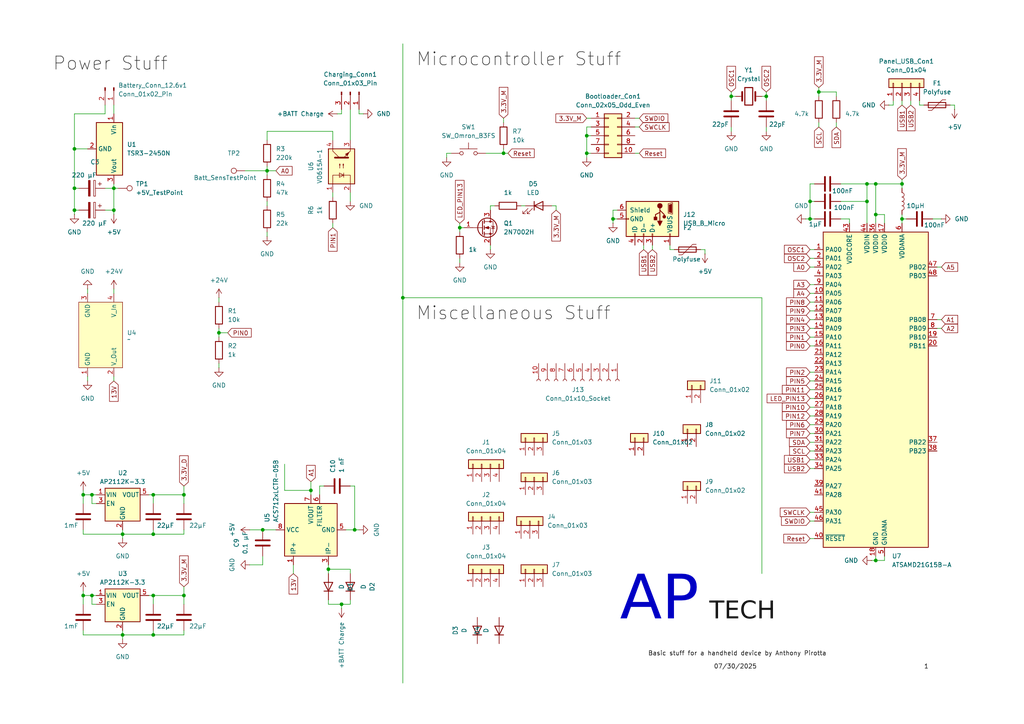
<source format=kicad_sch>
(kicad_sch (version 20250114) (generator "eeschema") (generator_version "9.0")
  (paper "A4")
  (text "AP" (at 191.262 177.546 0) (effects (font (size 12.7 12.7))))
  (junction (at 177.8 63.5))
  (junction (at 99.06 175.26))
  (junction (at 254 162.56))
  (junction (at 63.5 96.52))
  (junction (at 44.45 154.94))
  (junction (at 251.46 53.34))
  (junction (at 21.59 43.18))
  (junction (at 146.05 44.45))
  (junction (at 33.02 54.61))
  (junction (at 222.25 27.94))
  (junction (at 21.59 60.96))
  (junction (at 212.09 27.94))
  (junction (at 24.13 172.72))
  (junction (at 35.56 154.94))
  (junction (at 133.35 66.04))
  (junction (at 90.17 142.24))
  (junction (at 261.62 53.34))
  (junction (at 170.18 39.37))
  (junction (at 251.46 58.42))
  (junction (at 254 62.23))
  (junction (at 95.25 165.1))
  (junction (at 102.87 153.67))
  (junction (at 261.62 63.5))
  (junction (at 21.59 54.61))
  (junction (at 44.45 184.15))
  (junction (at 26.67 172.72))
  (junction (at 170.18 44.45))
  (junction (at 53.34 172.72))
  (junction (at 35.56 184.15))
  (junction (at 44.45 172.72))
  (junction (at 76.2 153.67))
  (junction (at 44.45 143.51))
  (junction (at 234.95 58.42))
  (junction (at 33.02 60.96))
  (junction (at 24.13 143.51))
  (junction (at 26.67 143.51))
  (junction (at 53.34 143.51))
  (junction (at 116.84 86.36))
  (junction (at 237.49 26.67))
  (junction (at 77.47 49.53))
  (junction (at 254 53.34))
  (junction (at 234.95 63.5))
  (wire (pts (xy 44.45 143.51) (xy 53.34 143.51)))
  (wire (pts (xy 151.13 59.69) (xy 152.4 59.69)))
  (wire (pts (xy 30.48 33.02) (xy 21.59 33.02)))
  (wire (pts (xy 104.14 33.02) (xy 105.41 33.02)))
  (wire (pts (xy 133.35 66.04) (xy 134.62 66.04)))
  (wire (pts (xy 99.06 175.26) (xy 99.06 176.53)))
  (wire (pts (xy 179.07 60.96) (xy 177.8 60.96)))
  (wire (pts (xy 24.13 154.94) (xy 35.56 154.94)))
  (wire (pts (xy 33.02 83.82) (xy 33.02 85.09)))
  (wire (pts (xy 53.34 184.15) (xy 53.34 182.88)))
  (wire (pts (xy 204.47 72.39) (xy 204.47 73.66)))
  (wire (pts (xy 234.95 115.57) (xy 236.22 115.57)))
  (wire (pts (xy 53.34 143.51) (xy 53.34 146.05)))
  (wire (pts (xy 234.95 133.35) (xy 236.22 133.35)))
  (wire (pts (xy 234.95 123.19) (xy 236.22 123.19)))
  (wire (pts (xy 161.29 59.69) (xy 161.29 60.96)))
  (wire (pts (xy 234.95 58.42) (xy 236.22 58.42)))
  (wire (pts (xy 76.2 163.83) (xy 76.2 161.29)))
  (wire (pts (xy 194.31 71.12) (xy 194.31 72.39)))
  (wire (pts (xy 251.46 58.42) (xy 243.84 58.42)))
  (wire (pts (xy 33.02 54.61) (xy 34.29 54.61)))
  (wire (pts (xy 63.5 96.52) (xy 66.04 96.52)))
  (wire (pts (xy 24.13 182.88) (xy 24.13 184.15)))
  (wire (pts (xy 82.55 134.62) (xy 82.55 142.24)))
  (wire (pts (xy 102.87 140.97) (xy 102.87 153.67)))
  (wire (pts (xy 237.49 25.4) (xy 237.49 26.67)))
  (wire (pts (xy 203.2 72.39) (xy 204.47 72.39)))
  (wire (pts (xy 266.7 29.21) (xy 266.7 30.48)))
  (wire (pts (xy 116.84 12.7) (xy 116.84 86.36)))
  (wire (pts (xy 35.56 154.94) (xy 35.56 156.21)))
  (wire (pts (xy 101.6 55.88) (xy 101.6 58.42)))
  (wire (pts (xy 30.48 30.48) (xy 30.48 33.02)))
  (wire (pts (xy 72.39 163.83) (xy 76.2 163.83)))
  (wire (pts (xy 116.84 86.36) (xy 220.98 86.36)))
  (wire (pts (xy 266.7 30.48) (xy 267.97 30.48)))
  (wire (pts (xy 261.62 54.61) (xy 261.62 53.34)))
  (wire (pts (xy 234.95 107.95) (xy 236.22 107.95)))
  (wire (pts (xy 234.95 92.71) (xy 236.22 92.71)))
  (wire (pts (xy 133.35 67.31) (xy 133.35 66.04)))
  (wire (pts (xy 96.52 66.04) (xy 96.52 64.77)))
  (wire (pts (xy 53.34 140.97) (xy 53.34 143.51)))
  (wire (pts (xy 26.67 143.51) (xy 26.67 146.05)))
  (wire (pts (xy 35.56 184.15) (xy 35.56 185.42)))
  (wire (pts (xy 220.98 27.94) (xy 222.25 27.94)))
  (wire (pts (xy 270.51 63.5) (xy 273.05 63.5)))
  (wire (pts (xy 242.57 26.67) (xy 242.57 27.94)))
  (wire (pts (xy 24.13 142.24) (xy 24.13 143.51)))
  (wire (pts (xy 102.87 153.67) (xy 104.14 153.67)))
  (wire (pts (xy 33.02 109.22) (xy 33.02 110.49)))
  (wire (pts (xy 63.5 95.25) (xy 63.5 96.52)))
  (wire (pts (xy 170.18 39.37) (xy 171.45 39.37)))
  (wire (pts (xy 53.34 154.94) (xy 53.34 153.67)))
  (wire (pts (xy 33.02 54.61) (xy 33.02 60.96)))
  (wire (pts (xy 35.56 184.15) (xy 44.45 184.15)))
  (wire (pts (xy 96.52 40.64) (xy 96.52 38.1)))
  (wire (pts (xy 53.34 170.18) (xy 53.34 172.72)))
  (wire (pts (xy 90.17 142.24) (xy 90.17 139.7)))
  (wire (pts (xy 234.95 95.25) (xy 236.22 95.25)))
  (wire (pts (xy 177.8 63.5) (xy 179.07 63.5)))
  (wire (pts (xy 242.57 35.56) (xy 242.57 36.83)))
  (wire (pts (xy 261.62 63.5) (xy 261.62 64.77)))
  (wire (pts (xy 234.95 90.17) (xy 236.22 90.17)))
  (wire (pts (xy 96.52 38.1) (xy 77.47 38.1)))
  (wire (pts (xy 246.38 63.5) (xy 246.38 64.77)))
  (wire (pts (xy 142.24 59.69) (xy 143.51 59.69)))
  (wire (pts (xy 77.47 48.26) (xy 77.47 49.53)))
  (wire (pts (xy 146.05 44.45) (xy 140.97 44.45)))
  (wire (pts (xy 234.95 120.65) (xy 236.22 120.65)))
  (wire (pts (xy 25.4 109.22) (xy 25.4 110.49)))
  (wire (pts (xy 256.54 62.23) (xy 254 62.23)))
  (wire (pts (xy 194.31 72.39) (xy 195.58 72.39)))
  (wire (pts (xy 99.06 33.02) (xy 97.79 33.02)))
  (wire (pts (xy 271.78 92.71) (xy 273.05 92.71)))
  (wire (pts (xy 264.16 29.21) (xy 264.16 30.48)))
  (wire (pts (xy 129.54 44.45) (xy 130.81 44.45)))
  (wire (pts (xy 234.95 110.49) (xy 236.22 110.49)))
  (wire (pts (xy 43.18 143.51) (xy 44.45 143.51)))
  (wire (pts (xy 101.6 31.75) (xy 101.6 40.64)))
  (wire (pts (xy 44.45 143.51) (xy 44.45 146.05)))
  (wire (pts (xy 237.49 27.94) (xy 237.49 26.67)))
  (wire (pts (xy 259.08 29.21) (xy 259.08 30.48)))
  (wire (pts (xy 222.25 36.83) (xy 222.25 38.1)))
  (wire (pts (xy 237.49 35.56) (xy 237.49 36.83)))
  (wire (pts (xy 24.13 153.67) (xy 24.13 154.94)))
  (wire (pts (xy 26.67 175.26) (xy 27.94 175.26)))
  (wire (pts (xy 254 162.56) (xy 254 161.29)))
  (wire (pts (xy 24.13 171.45) (xy 24.13 172.72)))
  (wire (pts (xy 116.84 86.36) (xy 116.84 198.12)))
  (wire (pts (xy 63.5 105.41) (xy 63.5 106.68)))
  (wire (pts (xy 170.18 44.45) (xy 170.18 45.72)))
  (wire (pts (xy 104.14 31.75) (xy 104.14 33.02)))
  (wire (pts (xy 76.2 153.67) (xy 80.01 153.67)))
  (wire (pts (xy 237.49 26.67) (xy 242.57 26.67)))
  (wire (pts (xy 21.59 43.18) (xy 21.59 54.61)))
  (wire (pts (xy 21.59 60.96) (xy 22.86 60.96)))
  (wire (pts (xy 30.48 54.61) (xy 33.02 54.61)))
  (wire (pts (xy 234.95 77.47) (xy 236.22 77.47)))
  (wire (pts (xy 170.18 39.37) (xy 170.18 44.45)))
  (wire (pts (xy 24.13 172.72) (xy 24.13 175.26)))
  (wire (pts (xy 82.55 142.24) (xy 90.17 142.24)))
  (wire (pts (xy 44.45 154.94) (xy 44.45 153.67)))
  (wire (pts (xy 212.09 27.94) (xy 213.36 27.94)))
  (wire (pts (xy 27.94 143.51) (xy 26.67 143.51)))
  (wire (pts (xy 35.56 182.88) (xy 35.56 184.15)))
  (wire (pts (xy 71.12 49.53) (xy 77.47 49.53)))
  (wire (pts (xy 234.95 85.09) (xy 236.22 85.09)))
  (wire (pts (xy 234.95 74.93) (xy 236.22 74.93)))
  (wire (pts (xy 21.59 43.18) (xy 25.4 43.18)))
  (wire (pts (xy 101.6 165.1) (xy 95.25 165.1)))
  (wire (pts (xy 26.67 146.05) (xy 27.94 146.05)))
  (wire (pts (xy 146.05 43.18) (xy 146.05 44.45)))
  (wire (pts (xy 96.52 57.15) (xy 96.52 55.88)))
  (wire (pts (xy 212.09 36.83) (xy 212.09 38.1)))
  (wire (pts (xy 99.06 175.26) (xy 95.25 175.26)))
  (wire (pts (xy 44.45 154.94) (xy 53.34 154.94)))
  (wire (pts (xy 236.22 53.34) (xy 234.95 53.34)))
  (wire (pts (xy 234.95 118.11) (xy 236.22 118.11)))
  (wire (pts (xy 95.25 163.83) (xy 95.25 165.1)))
  (wire (pts (xy 101.6 140.97) (xy 102.87 140.97)))
  (wire (pts (xy 170.18 44.45) (xy 171.45 44.45)))
  (wire (pts (xy 24.13 172.72) (xy 26.67 172.72)))
  (wire (pts (xy 234.95 72.39) (xy 236.22 72.39)))
  (wire (pts (xy 254 64.77) (xy 254 62.23)))
  (wire (pts (xy 171.45 36.83) (xy 170.18 36.83)))
  (wire (pts (xy 184.15 36.83) (xy 185.42 36.83)))
  (wire (pts (xy 276.86 30.48) (xy 276.86 31.75)))
  (wire (pts (xy 44.45 184.15) (xy 53.34 184.15)))
  (wire (pts (xy 101.6 175.26) (xy 99.06 175.26)))
  (wire (pts (xy 44.45 172.72) (xy 53.34 172.72)))
  (wire (pts (xy 234.95 128.27) (xy 236.22 128.27)))
  (wire (pts (xy 220.98 86.36) (xy 220.98 166.37)))
  (wire (pts (xy 133.35 64.77) (xy 133.35 66.04)))
  (wire (pts (xy 24.13 184.15) (xy 35.56 184.15)))
  (wire (pts (xy 234.95 100.33) (xy 236.22 100.33)))
  (wire (pts (xy 53.34 172.72) (xy 53.34 175.26)))
  (wire (pts (xy 33.02 53.34) (xy 33.02 54.61)))
  (wire (pts (xy 44.45 184.15) (xy 44.45 182.88)))
  (wire (pts (xy 25.4 83.82) (xy 25.4 85.09)))
  (wire (pts (xy 233.68 63.5) (xy 234.95 63.5)))
  (wire (pts (xy 77.47 67.31) (xy 77.47 68.58)))
  (wire (pts (xy 21.59 54.61) (xy 21.59 60.96)))
  (wire (pts (xy 26.67 172.72) (xy 26.67 175.26)))
  (wire (pts (xy 234.95 87.63) (xy 236.22 87.63)))
  (wire (pts (xy 44.45 172.72) (xy 44.45 175.26)))
  (wire (pts (xy 33.02 60.96) (xy 33.02 62.23)))
  (wire (pts (xy 146.05 44.45) (xy 147.32 44.45)))
  (wire (pts (xy 33.02 30.48) (xy 33.02 33.02)))
  (wire (pts (xy 234.95 113.03) (xy 236.22 113.03)))
  (wire (pts (xy 72.39 153.67) (xy 76.2 153.67)))
  (wire (pts (xy 63.5 96.52) (xy 63.5 97.79)))
  (wire (pts (xy 251.46 53.34) (xy 251.46 58.42)))
  (wire (pts (xy 160.02 59.69) (xy 161.29 59.69)))
  (wire (pts (xy 92.71 143.51) (xy 92.71 140.97)))
  (wire (pts (xy 234.95 148.59) (xy 236.22 148.59)))
  (wire (pts (xy 271.78 95.25) (xy 273.05 95.25)))
  (wire (pts (xy 170.18 36.83) (xy 170.18 39.37)))
  (wire (pts (xy 254 53.34) (xy 251.46 53.34)))
  (wire (pts (xy 234.95 151.13) (xy 236.22 151.13)))
  (wire (pts (xy 251.46 64.77) (xy 251.46 58.42)))
  (wire (pts (xy 252.73 162.56) (xy 254 162.56)))
  (wire (pts (xy 21.59 33.02) (xy 21.59 43.18)))
  (wire (pts (xy 129.54 45.72) (xy 129.54 44.45)))
  (wire (pts (xy 177.8 63.5) (xy 177.8 64.77)))
  (wire (pts (xy 90.17 143.51) (xy 90.17 142.24)))
  (wire (pts (xy 271.78 77.47) (xy 273.05 77.47)))
  (wire (pts (xy 234.95 130.81) (xy 236.22 130.81)))
  (wire (pts (xy 234.95 135.89) (xy 236.22 135.89)))
  (wire (pts (xy 212.09 26.67) (xy 212.09 27.94)))
  (wire (pts (xy 30.48 60.96) (xy 33.02 60.96)))
  (wire (pts (xy 142.24 71.12) (xy 142.24 72.39)))
  (wire (pts (xy 254 62.23) (xy 254 53.34)))
  (wire (pts (xy 251.46 53.34) (xy 243.84 53.34)))
  (wire (pts (xy 259.08 30.48) (xy 257.81 30.48)))
  (wire (pts (xy 43.18 172.72) (xy 44.45 172.72)))
  (wire (pts (xy 95.25 175.26) (xy 95.25 173.99)))
  (wire (pts (xy 146.05 34.29) (xy 146.05 35.56)))
  (wire (pts (xy 222.25 27.94) (xy 222.25 29.21)))
  (wire (pts (xy 99.06 31.75) (xy 99.06 33.02)))
  (wire (pts (xy 24.13 143.51) (xy 26.67 143.51)))
  (wire (pts (xy 261.62 63.5) (xy 262.89 63.5)))
  (wire (pts (xy 21.59 60.96) (xy 21.59 62.23)))
  (wire (pts (xy 21.59 54.61) (xy 22.86 54.61)))
  (wire (pts (xy 133.35 74.93) (xy 133.35 76.2)))
  (wire (pts (xy 256.54 64.77) (xy 256.54 62.23)))
  (wire (pts (xy 222.25 26.67) (xy 222.25 27.94)))
  (wire (pts (xy 63.5 86.36) (xy 63.5 87.63)))
  (wire (pts (xy 261.62 52.07) (xy 261.62 53.34)))
  (wire (pts (xy 256.54 162.56) (xy 254 162.56)))
  (wire (pts (xy 77.47 38.1) (xy 77.47 40.64)))
  (wire (pts (xy 212.09 27.94) (xy 212.09 29.21)))
  (wire (pts (xy 234.95 58.42) (xy 234.95 63.5)))
  (wire (pts (xy 101.6 173.99) (xy 101.6 175.26)))
  (wire (pts (xy 24.13 143.51) (xy 24.13 146.05)))
  (wire (pts (xy 101.6 166.37) (xy 101.6 165.1)))
  (wire (pts (xy 95.25 165.1) (xy 95.25 166.37)))
  (wire (pts (xy 92.71 140.97) (xy 93.98 140.97)))
  (wire (pts (xy 234.95 97.79) (xy 236.22 97.79)))
  (wire (pts (xy 275.59 30.48) (xy 276.86 30.48)))
  (wire (pts (xy 234.95 82.55) (xy 236.22 82.55)))
  (wire (pts (xy 77.47 58.42) (xy 77.47 59.69)))
  (wire (pts (xy 77.47 49.53) (xy 80.01 49.53)))
  (wire (pts (xy 35.56 154.94) (xy 44.45 154.94)))
  (wire (pts (xy 27.94 172.72) (xy 26.67 172.72)))
  (wire (pts (xy 243.84 63.5) (xy 246.38 63.5)))
  (wire (pts (xy 35.56 153.67) (xy 35.56 154.94)))
  (wire (pts (xy 234.95 125.73) (xy 236.22 125.73)))
  (wire (pts (xy 234.95 63.5) (xy 236.22 63.5)))
  (wire (pts (xy 261.62 53.34) (xy 254 53.34)))
  (wire (pts (xy 186.69 71.12) (xy 186.69 72.39)))
  (wire (pts (xy 142.24 60.96) (xy 142.24 59.69)))
  (wire (pts (xy 102.87 153.67) (xy 100.33 153.67)))
  (wire (pts (xy 234.95 53.34) (xy 234.95 58.42)))
  (wire (pts (xy 184.15 34.29) (xy 185.42 34.29)))
  (wire (pts (xy 261.62 29.21) (xy 261.62 30.48)))
  (wire (pts (xy 189.23 71.12) (xy 189.23 72.39)))
  (wire (pts (xy 177.8 60.96) (xy 177.8 63.5)))
  (wire (pts (xy 170.18 34.29) (xy 171.45 34.29)))
  (wire (pts (xy 256.54 161.29) (xy 256.54 162.56)))
  (wire (pts (xy 234.95 156.21) (xy 236.22 156.21)))
  (wire (pts (xy 85.09 163.83) (xy 85.09 166.37)))
  (wire (pts (xy 261.62 62.23) (xy 261.62 63.5)))
  (wire (pts (xy 184.15 44.45) (xy 185.42 44.45)))
  (wire (pts (xy 77.47 49.53) (xy 77.47 50.8)))
  (label "1" (at 267.97 194.31 0))
  (label "Miscellaneous Stuff" (at 120.65 93.98 0) (effects (font (size 3.81 3.81))))
  (label "07{slash}30{slash}2025" (at 207.01 194.31 0))
  (label "TECH" (at 205.74 181.61 0) (effects (font (size 5.08 5.08))))
  (label "Basic stuff for a handheld device by Anthony Pirotta" (at 187.96 190.5 0))
  (label "Microcontroller Stuff" (at 120.65 20.32 0) (effects (font (size 3.81 3.81))))
  (label "Power Stuff" (at 15.24 21.59 0) (effects (font (size 3.81 3.81))))
  (global_label "PIN5" (shape input) (at 234.95 110.49 180) (property "Intersheetrefs" "${INTERSHEET_REFS}" (effects (hide yes))))
  (global_label "USB1" (shape input) (at 261.62 30.48 270) (property "Intersheetrefs" "${INTERSHEET_REFS}" (effects (hide yes))))
  (global_label "SDA" (shape input) (at 242.57 36.83 270) (property "Intersheetrefs" "${INTERSHEET_REFS}" (effects (hide yes))))
  (global_label "3.3V_M" (shape input) (at 237.49 25.4 90) (property "Intersheetrefs" "${INTERSHEET_REFS}" (effects (hide yes))))
  (global_label "PIN1" (shape input) (at 96.52 66.04 270) (property "Intersheetrefs" "${INTERSHEET_REFS}" (effects (hide yes))))
  (global_label "SCL" (shape input) (at 234.95 130.81 180) (property "Intersheetrefs" "${INTERSHEET_REFS}" (effects (hide yes))))
  (global_label "A1" (shape input) (at 90.17 139.7 90) (property "Intersheetrefs" "${INTERSHEET_REFS}" (effects (hide yes))))
  (global_label "OSC2" (shape input) (at 222.25 26.67 90) (property "Intersheetrefs" "${INTERSHEET_REFS}" (effects (hide yes))))
  (global_label "3.3V_M" (shape input) (at 146.05 34.29 90) (property "Intersheetrefs" "${INTERSHEET_REFS}" (effects (hide yes))))
  (global_label "LED_PIN13" (shape input) (at 234.95 115.57 180) (property "Intersheetrefs" "${INTERSHEET_REFS}" (effects (hide yes))))
  (global_label "SDA" (shape input) (at 234.95 128.27 180) (property "Intersheetrefs" "${INTERSHEET_REFS}" (effects (hide yes))))
  (global_label "PIN0" (shape input) (at 66.04 96.52 0) (property "Intersheetrefs" "${INTERSHEET_REFS}" (effects (hide yes))))
  (global_label "USB1" (shape input) (at 234.95 133.35 180) (property "Intersheetrefs" "${INTERSHEET_REFS}" (effects (hide yes))))
  (global_label "13V" (shape input) (at 85.09 166.37 270) (property "Intersheetrefs" "${INTERSHEET_REFS}" (effects (hide yes))))
  (global_label "3.3V_M" (shape input) (at 53.34 170.18 90) (property "Intersheetrefs" "${INTERSHEET_REFS}" (effects (hide yes))))
  (global_label "PIN0" (shape input) (at 234.95 100.33 180) (property "Intersheetrefs" "${INTERSHEET_REFS}" (effects (hide yes))))
  (global_label "Reset" (shape input) (at 147.32 44.45 0) (property "Intersheetrefs" "${INTERSHEET_REFS}" (effects (hide yes))))
  (global_label "USB2" (shape input) (at 189.23 72.39 270) (property "Intersheetrefs" "${INTERSHEET_REFS}" (effects (hide yes))))
  (global_label "USB2" (shape input) (at 234.95 135.89 180) (property "Intersheetrefs" "${INTERSHEET_REFS}" (effects (hide yes))))
  (global_label "OSC2" (shape input) (at 234.95 74.93 180) (property "Intersheetrefs" "${INTERSHEET_REFS}" (effects (hide yes))))
  (global_label "PIN2" (shape input) (at 234.95 107.95 180) (property "Intersheetrefs" "${INTERSHEET_REFS}" (effects (hide yes))))
  (global_label "A2" (shape input) (at 273.05 95.25 0) (property "Intersheetrefs" "${INTERSHEET_REFS}" (effects (hide yes))))
  (global_label "Reset" (shape input) (at 185.42 44.45 0) (property "Intersheetrefs" "${INTERSHEET_REFS}" (effects (hide yes))))
  (global_label "PIN6" (shape input) (at 234.95 123.19 180) (property "Intersheetrefs" "${INTERSHEET_REFS}" (effects (hide yes))))
  (global_label "SWCLK" (shape input) (at 234.95 148.59 180) (property "Intersheetrefs" "${INTERSHEET_REFS}" (effects (hide yes))))
  (global_label "A3" (shape input) (at 234.95 82.55 180) (property "Intersheetrefs" "${INTERSHEET_REFS}" (effects (hide yes))))
  (global_label "A1" (shape input) (at 273.05 92.71 0) (property "Intersheetrefs" "${INTERSHEET_REFS}" (effects (hide yes))))
  (global_label "PIN8" (shape input) (at 234.95 87.63 180) (property "Intersheetrefs" "${INTERSHEET_REFS}" (effects (hide yes))))
  (global_label "PIN9" (shape input) (at 234.95 90.17 180) (property "Intersheetrefs" "${INTERSHEET_REFS}" (effects (hide yes))))
  (global_label "A0" (shape input) (at 80.01 49.53 0) (property "Intersheetrefs" "${INTERSHEET_REFS}" (effects (hide yes))))
  (global_label "13V" (shape input) (at 33.02 110.49 270) (property "Intersheetrefs" "${INTERSHEET_REFS}" (effects (hide yes))))
  (global_label "SWDIO" (shape input) (at 185.42 34.29 0) (property "Intersheetrefs" "${INTERSHEET_REFS}" (effects (hide yes))))
  (global_label "PIN7" (shape input) (at 234.95 125.73 180) (property "Intersheetrefs" "${INTERSHEET_REFS}" (effects (hide yes))))
  (global_label "PIN4" (shape input) (at 234.95 92.71 180) (property "Intersheetrefs" "${INTERSHEET_REFS}" (effects (hide yes))))
  (global_label "PIN3" (shape input) (at 234.95 95.25 180) (property "Intersheetrefs" "${INTERSHEET_REFS}" (effects (hide yes))))
  (global_label "A5" (shape input) (at 273.05 77.47 0) (property "Intersheetrefs" "${INTERSHEET_REFS}" (effects (hide yes))))
  (global_label "USB2" (shape input) (at 264.16 30.48 270) (property "Intersheetrefs" "${INTERSHEET_REFS}" (effects (hide yes))))
  (global_label "PIN1" (shape input) (at 234.95 97.79 180) (property "Intersheetrefs" "${INTERSHEET_REFS}" (effects (hide yes))))
  (global_label "3.3V_D" (shape input) (at 53.34 140.97 90) (property "Intersheetrefs" "${INTERSHEET_REFS}" (effects (hide yes))))
  (global_label "OSC1" (shape input) (at 234.95 72.39 180) (property "Intersheetrefs" "${INTERSHEET_REFS}" (effects (hide yes))))
  (global_label "3.3V_M" (shape input) (at 161.29 60.96 270) (property "Intersheetrefs" "${INTERSHEET_REFS}" (effects (hide yes))))
  (global_label "PIN12" (shape input) (at 234.95 120.65 180) (property "Intersheetrefs" "${INTERSHEET_REFS}" (effects (hide yes))))
  (global_label "OSC1" (shape input) (at 212.09 26.67 90) (property "Intersheetrefs" "${INTERSHEET_REFS}" (effects (hide yes))))
  (global_label "A0" (shape input) (at 234.95 77.47 180) (property "Intersheetrefs" "${INTERSHEET_REFS}" (effects (hide yes))))
  (global_label "PIN11" (shape input) (at 234.95 113.03 180) (property "Intersheetrefs" "${INTERSHEET_REFS}" (effects (hide yes))))
  (global_label "SCL" (shape input) (at 237.49 36.83 270) (property "Intersheetrefs" "${INTERSHEET_REFS}" (effects (hide yes))))
  (global_label "A4" (shape input) (at 234.95 85.09 180) (property "Intersheetrefs" "${INTERSHEET_REFS}" (effects (hide yes))))
  (global_label "3.3V_M" (shape input) (at 261.62 52.07 90) (property "Intersheetrefs" "${INTERSHEET_REFS}" (effects (hide yes))))
  (global_label "Reset" (shape input) (at 234.95 156.21 180) (property "Intersheetrefs" "${INTERSHEET_REFS}" (effects (hide yes))))
  (global_label "USB1" (shape input) (at 186.69 72.39 270) (property "Intersheetrefs" "${INTERSHEET_REFS}" (effects (hide yes))))
  (global_label "SWDIO" (shape input) (at 234.95 151.13 180) (property "Intersheetrefs" "${INTERSHEET_REFS}" (effects (hide yes))))
  (global_label "PIN10" (shape input) (at 234.95 118.11 180) (property "Intersheetrefs" "${INTERSHEET_REFS}" (effects (hide yes))))
  (global_label "SWCLK" (shape input) (at 185.42 36.83 0) (property "Intersheetrefs" "${INTERSHEET_REFS}" (effects (hide yes))))
  (global_label "3.3V_M" (shape input) (at 170.18 34.29 180) (property "Intersheetrefs" "${INTERSHEET_REFS}" (effects (hide yes))))
  (global_label "LED_PIN13" (shape input) (at 133.35 64.77 90) (property "Intersheetrefs" "${INTERSHEET_REFS}" (effects (hide yes))))
  (symbol (lib_id "power:+5V") (at 24.13 171.45 0) (unit 1)
    (property "Reference" "#PWR03" (effects (hide yes)))
    (property "Value" "+5V" (at 24.13 166.37 0))
    (property "Description" "Power symbol creates a global label with name \"+5V\"" (effects (hide yes)))
  )
  (symbol (lib_id "Connector_Generic:Conn_02x05_Odd_Even") (at 176.53 39.37 0) (unit 1)
    (property "Reference" "Bootloader_Con1" (at 177.8 27.94 0))
    (property "Value" "Conn_02x05_Odd_Even" (at 177.8 30.48 0))
    (property "Footprint" "Connector_PinHeader_1.00mm:PinHeader_2x05_P1.00mm_Vertical" (effects (hide yes)))
    (property "Description" "Generic connector, double row, 02x05, odd/even pin numbering scheme (row 1 odd numbers, row 2 even numbers), script generated (kicad-library-utils/schlib/autogen/connector/)" (effects (hide yes)))
  )
  (symbol (lib_id "power:GND") (at 129.54 45.72 0) (unit 1)
    (property "Reference" "#PWR020" (effects (hide yes)))
    (property "Value" "GND" (at 129.54 50.8 0))
    (property "Description" "Power symbol creates a global label with name \"GND\" , ground" (effects (hide yes)))
  )
  (symbol (lib_id "Device:C") (at 266.7 63.5 90) (unit 1)
    (property "Reference" "C13" (effects (hide yes)))
    (property "Value" "100nF" (at 271.018 65.278 90))
    (property "Footprint" "Capacitor_SMD:C_0805_2012Metric_Pad1.18x1.45mm_HandSolder" (effects (hide yes)))
    (property "Description" "Unpolarized capacitor" (effects (hide yes)))
  )
  (symbol (lib_id "Connector_Generic:Conn_01x03") (at 154.94 127 90) (unit 1)
    (property "Reference" "J5" (at 160.02 125.7299 90) (effects (justify right)))
    (property "Value" "Conn_01x03" (at 160.02 128.2699 90) (effects (justify right)))
    (property "Footprint" "Connector:FanPinHeader_1x03_P2.54mm_Vertical" (effects (hide yes)))
    (property "Description" "Generic connector, single row, 01x03, script generated (kicad-library-utils/schlib/autogen/connector/)" (effects (hide yes)))
  )
  (symbol (lib_id "power:+5V") (at 24.13 142.24 0) (unit 1)
    (property "Reference" "#PWR02" (effects (hide yes)))
    (property "Value" "+5V" (at 24.13 137.16 0))
    (property "Description" "Power symbol creates a global label with name \"+5V\"" (effects (hide yes)))
  )
  (symbol (lib_id "power:+BATT") (at 99.06 176.53 180) (unit 1)
    (property "Reference" "#PWR016" (effects (hide yes)))
    (property "Value" "+BATT Charge" (at 99.0601 180.34 90) (effects (justify left)))
    (property "Description" "Power symbol creates a global label with name \"+BATT\"" (effects (hide yes)))
  )
  (symbol (lib_id "Connector:Conn_01x10_Socket") (at 168.91 110.49 270) (unit 1)
    (property "Reference" "J13" (at 167.64 113.03 90))
    (property "Value" "Conn_01x10_Socket" (at 167.64 115.57 90))
    (property "Footprint" "Connector_Molex:Molex_SL_171971-0010_1x10_P2.54mm_Vertical" (effects (hide yes)))
    (property "Description" "Generic connector, single row, 01x10, script generated" (effects (hide yes)))
  )
  (symbol (lib_id "power:GND") (at 170.18 45.72 0) (unit 1)
    (property "Reference" "#PWR027" (effects (hide yes)))
    (property "Value" "GND" (at 170.18 50.8 0))
    (property "Description" "Power symbol creates a global label with name \"GND\" , ground" (effects (hide yes)))
  )
  (symbol (lib_id "Device:R") (at 63.5 91.44 0) (unit 1)
    (property "Reference" "R1" (at 66.04 90.1699 0) (effects (justify left)))
    (property "Value" "10k" (at 66.04 92.7099 0) (effects (justify left)))
    (property "Footprint" "Resistor_SMD:R_0805_2012Metric" (effects (hide yes)))
    (property "Description" "Resistor" (effects (hide yes)))
  )
  (symbol (lib_id "power:GND") (at 101.6 58.42 0) (unit 1)
    (property "Reference" "#PWR017" (effects (hide yes)))
    (property "Value" "GND" (at 104.14 59.6899 0) (effects (justify left)))
    (property "Description" "Power symbol creates a global label with name \"GND\" , ground" (effects (hide yes)))
  )
  (symbol (lib_id "Device:C") (at 44.45 149.86 0) (unit 1)
    (property "Reference" "C5" (effects (hide yes)))
    (property "Value" "22µF" (at 45.466 152.4 0) (effects (justify left)))
    (property "Footprint" "Capacitor_SMD:C_0805_2012Metric_Pad1.18x1.45mm_HandSolder" (effects (hide yes)))
    (property "Description" "Unpolarized capacitor" (effects (hide yes)))
  )
  (symbol (lib_id "Device:C") (at 212.09 33.02 0) (unit 1)
    (property "Reference" "C15" (effects (hide yes)))
    (property "Value" "22pF" (at 206.502 36.068 0) (effects (justify left)))
    (property "Footprint" "Capacitor_SMD:C_0805_2012Metric_Pad1.18x1.45mm_HandSolder" (effects (hide yes)))
    (property "Description" "Unpolarized capacitor" (effects (hide yes)))
  )
  (symbol (lib_id "Connector:TestPoint") (at 71.12 49.53 90) (unit 1)
    (property "Reference" "TP2" (at 67.818 44.45 90))
    (property "Value" "Batt_SensTestPoint" (at 65.278 51.562 90))
    (property "Footprint" "TestPoint:TestPoint_Pad_D2.5mm" (effects (hide yes)))
    (property "Description" "test point" (effects (hide yes)))
  )
  (symbol (lib_id "Device:Polyfuse") (at 199.39 72.39 90) (unit 1)
    (property "Reference" "F2" (at 199.39 66.04 90))
    (property "Value" "Polyfuse" (at 199.136 75.184 90))
    (property "Footprint" "Capacitor_SMD:C_1206_3216Metric" (effects (hide yes)))
    (property "Description" "Resettable fuse, polymeric positive temperature coefficient" (effects (hide yes)))
  )
  (symbol (lib_id "power:GND") (at 35.56 185.42 0) (unit 1)
    (property "Reference" "#PWR09" (effects (hide yes)))
    (property "Value" "GND" (at 35.56 190.5 0))
    (property "Description" "Power symbol creates a global label with name \"GND\" , ground" (effects (hide yes)))
  )
  (symbol (lib_id "Device:C") (at 24.13 179.07 0) (unit 1)
    (property "Reference" "C2" (effects (hide yes)))
    (property "Value" "1mF" (at 18.542 181.61 0) (effects (justify left)))
    (property "Footprint" "Capacitor_SMD:C_0805_2012Metric_Pad1.18x1.45mm_HandSolder" (effects (hide yes)))
    (property "Description" "Unpolarized capacitor" (effects (hide yes)))
  )
  (symbol (lib_id "power:GND") (at 142.24 72.39 0) (unit 1)
    (property "Reference" "#PWR034" (effects (hide yes)))
    (property "Value" "GND" (at 142.24 77.47 0))
    (property "Description" "Power symbol creates a global label with name \"GND\" , ground" (effects (hide yes)))
  )
  (symbol (lib_id "Device:D") (at 144.78 182.88 90) (unit 1)
    (property "Reference" "D4" (at 138.43 182.88 0))
    (property "Value" "D" (at 140.97 182.88 0))
    (property "Footprint" "Diode_SMD:D_QFN_3.3x3.3mm_P0.65mm" (effects (hide yes)))
    (property "Description" "Diode" (effects (hide yes)))
    (property "Sim.Device" "D" (effects (hide yes)))
    (property "Sim.Pins" "1=K 2=A" (effects (hide yes)))
  )
  (symbol (lib_id "power:+BATT") (at 97.79 33.02 90) (unit 1)
    (property "Reference" "#PWR015" (effects (hide yes)))
    (property "Value" "+BATT Charge" (at 93.98 33.0199 90) (effects (justify left)))
    (property "Description" "Power symbol creates a global label with name \"+BATT\"" (effects (hide yes)))
  )
  (symbol (lib_id "power:GND") (at 177.8 64.77 0) (unit 1)
    (property "Reference" "#PWR035" (effects (hide yes)))
    (property "Value" "GND" (at 177.8 69.85 0))
    (property "Description" "Power symbol creates a global label with name \"GND\" , ground" (effects (hide yes)))
  )
  (symbol (lib_id "power:GND") (at 273.05 63.5 90) (unit 1)
    (property "Reference" "#PWR037" (effects (hide yes)))
    (property "Value" "GND" (at 276.86 63.4999 90) (effects (justify right)))
    (property "Description" "Power symbol creates a global label with name \"GND\" , ground" (effects (hide yes)))
  )
  (symbol (lib_id "Connector_Generic:Conn_01x02") (at 184.15 127 90) (unit 1)
    (property "Reference" "J10" (at 189.23 125.7299 90) (effects (justify right)))
    (property "Value" "Conn_01x02" (at 189.23 128.2699 90) (effects (justify right)))
    (property "Footprint" "Connector_Molex:Molex_KK-254_AE-6410-02A_1x02_P2.54mm_Vertical" (effects (hide yes)))
    (property "Description" "Generic connector, single row, 01x02, script generated (kicad-library-utils/schlib/autogen/connector/)" (effects (hide yes)))
  )
  (symbol (lib_id "power:+5V") (at 72.39 153.67 90) (unit 1)
    (property "Reference" "#PWR012" (effects (hide yes)))
    (property "Value" "+5V" (at 67.31 153.67 0))
    (property "Description" "Power symbol creates a global label with name \"+5V\"" (effects (hide yes)))
  )
  (symbol (lib_id "Connector:Conn_01x02_Pin") (at 33.02 25.4 270) (unit 1)
    (property "Reference" "Battery_Conn_12.6v1" (at 34.29 24.7649 90) (effects (justify left)))
    (property "Value" "Conn_01x02_Pin" (at 34.29 27.3049 90) (effects (justify left)))
    (property "Footprint" "Connector_Phoenix_MSTB:PhoenixContact_MSTBA_2,5_2-G-5,08_1x02_P5.08mm_Horizontal" (effects (hide yes)))
    (property "Description" "Generic connector, single row, 01x02, script generated" (effects (hide yes)))
  )
  (symbol (lib_id "Transistor_FET:2N7002H") (at 139.7 66.04 0) (unit 1)
    (property "Reference" "Q1" (at 146.05 64.7699 0) (effects (justify left)))
    (property "Value" "2N7002H" (at 146.05 67.3099 0) (effects (justify left)))
    (property "Footprint" "Package_TO_SOT_SMD:SOT-23" (effects (hide yes)))
    (property "Datasheet" "http://www.diodes.com/assets/Datasheets/2N7002H.pdf" (effects (hide yes)))
    (property "Description" "0.21A Id, 60V Vds, N-Channel MOSFET, SOT-23" (effects (hide yes)))
  )
  (symbol (lib_id "Device:C") (at 44.45 179.07 0) (unit 1)
    (property "Reference" "C6" (effects (hide yes)))
    (property "Value" "22µF" (at 45.466 181.61 0) (effects (justify left)))
    (property "Footprint" "Capacitor_SMD:C_0805_2012Metric_Pad1.18x1.45mm_HandSolder" (effects (hide yes)))
    (property "Description" "Unpolarized capacitor" (effects (hide yes)))
  )
  (symbol (lib_id "Connector_Generic:Conn_01x03") (at 154.94 165.1 90) (unit 1)
    (property "Reference" "J7" (at 160.02 163.8299 90) (effects (justify right)))
    (property "Value" "Conn_01x03" (at 160.02 166.3699 90) (effects (justify right)))
    (property "Footprint" "Connector:FanPinHeader_1x03_P2.54mm_Vertical" (effects (hide yes)))
    (property "Description" "Generic connector, single row, 01x03, script generated (kicad-library-utils/schlib/autogen/connector/)" (effects (hide yes)))
  )
  (symbol (lib_id "Device:LED") (at 156.21 59.69 0) (unit 1)
    (property "Reference" "D5" (at 154.6225 53.34 0))
    (property "Value" "LED" (at 154.6225 55.88 0))
    (property "Footprint" "LED_SMD:LED_0805_2012Metric" (effects (hide yes)))
    (property "Description" "Light emitting diode" (effects (hide yes)))
    (property "Sim.Pins" "1=K 2=A" (effects (hide yes)))
  )
  (symbol (lib_id "Device:C") (at 53.34 149.86 0) (unit 1)
    (property "Reference" "C7" (effects (hide yes)))
    (property "Value" "22µF" (at 54.864 152.4 0) (effects (justify left)))
    (property "Footprint" "Capacitor_SMD:C_0805_2012Metric_Pad1.18x1.45mm_HandSolder" (effects (hide yes)))
    (property "Description" "Unpolarized capacitor" (effects (hide yes)))
  )
  (symbol (lib_id "Device:C") (at 97.79 140.97 90) (unit 1)
    (property "Reference" "C10" (at 96.5199 137.16 0) (effects (justify left)))
    (property "Value" "1 nF" (at 99.0599 137.16 0) (effects (justify left)))
    (property "Footprint" "Capacitor_SMD:C_0805_2012Metric_Pad1.18x1.45mm_HandSolder" (effects (hide yes)))
    (property "Description" "Unpolarized capacitor" (effects (hide yes)))
  )
  (symbol (lib_id "Device:R") (at 63.5 101.6 0) (unit 1)
    (property "Reference" "R2" (at 66.04 100.3299 0) (effects (justify left)))
    (property "Value" "1k" (at 66.04 102.8699 0) (effects (justify left)))
    (property "Footprint" "Resistor_SMD:R_0805_2012Metric" (effects (hide yes)))
    (property "Description" "Resistor" (effects (hide yes)))
  )
  (symbol (lib_id "Connector_Generic:Conn_01x03") (at 154.94 138.43 90) (unit 1)
    (property "Reference" "J6" (at 160.02 137.1599 90) (effects (justify right)))
    (property "Value" "Conn_01x03" (at 160.02 139.6999 90) (effects (justify right)))
    (property "Footprint" "Connector:FanPinHeader_1x03_P2.54mm_Vertical" (effects (hide yes)))
    (property "Description" "Generic connector, single row, 01x03, script generated (kicad-library-utils/schlib/autogen/connector/)" (effects (hide yes)))
  )
  (symbol (lib_id "power:GND") (at 257.81 30.48 270) (unit 1)
    (property "Reference" "#PWR031" (effects (hide yes)))
    (property "Value" "GND" (at 254 30.4799 90) (effects (justify right)))
    (property "Description" "Power symbol creates a global label with name \"GND\" , ground" (effects (hide yes)))
  )
  (symbol (lib_id "Connector_Generic:Conn_01x04") (at 139.7 149.86 90) (unit 1)
    (property "Reference" "J2" (at 140.97 143.51 90))
    (property "Value" "Conn_01x04" (at 140.97 146.05 90))
    (property "Footprint" "Connector_Molex:Molex_KK-254_AE-6410-04A_1x04_P2.54mm_Vertical" (effects (hide yes)))
    (property "Description" "Generic connector, single row, 01x04, script generated (kicad-library-utils/schlib/autogen/connector/)" (effects (hide yes)))
  )
  (symbol (lib_id "power:+24V") (at 63.5 86.36 0) (unit 1)
    (property "Reference" "#PWR010" (effects (hide yes)))
    (property "Value" "+24V" (at 63.5 81.28 0))
    (property "Description" "Power symbol creates a global label with name \"+24V\"" (effects (hide yes)))
  )
  (symbol (lib_id "power:GND") (at 105.41 33.02 90) (unit 1)
    (property "Reference" "#PWR018" (effects (hide yes)))
    (property "Value" "GND" (at 109.22 33.0199 90) (effects (justify right)))
    (property "Description" "Power symbol creates a global label with name \"GND\" , ground" (effects (hide yes)))
  )
  (symbol (lib_id "Regulator_Switching:TSR3-2450N") (at 30.48 43.18 270) (unit 1)
    (property "Reference" "U1" (at 36.83 41.9099 90) (effects (justify left)))
    (property "Value" "TSR3-2450N" (at 36.83 44.4499 90) (effects (justify left)))
    (property "Footprint" "Converter_DCDC:Converter_DCDC_TRACO_TSR2-24xxN_TSR2-24xxxN_THT" (effects (hide yes)))
    (property "Datasheet" "https://www.tracopower.com/products/tsr3n.pdf" (effects (hide yes)))
    (property "Description" "3A step-down regulator, fixed 5V output voltage, 6.5-36V input voltage, TO-220 compatible LM78xx replacement" (effects (hide yes)))
  )
  (symbol (lib_id "Device:D") (at 101.6 170.18 90) (unit 1)
    (property "Reference" "D2" (at 107.95 170.18 0))
    (property "Value" "D" (at 105.41 170.18 0))
    (property "Footprint" "Diode_SMD:D_PowerDI-5" (effects (hide yes)))
    (property "Description" "Diode" (effects (hide yes)))
    (property "Sim.Device" "D" (effects (hide yes)))
    (property "Sim.Pins" "1=K 2=A" (effects (hide yes)))
  )
  (symbol (lib_id "Device:Polyfuse") (at 271.78 30.48 90) (unit 1)
    (property "Reference" "F1" (at 271.78 24.13 90))
    (property "Value" "Polyfuse" (at 271.78 26.67 90))
    (property "Footprint" "Capacitor_SMD:C_1206_3216Metric" (effects (hide yes)))
    (property "Description" "Resettable fuse, polymeric positive temperature coefficient" (effects (hide yes)))
  )
  (symbol (lib_id "Device:R") (at 77.47 44.45 0) (unit 1)
    (property "Reference" "R3" (at 80.01 43.1799 0) (effects (justify left)))
    (property "Value" "220k" (at 80.01 45.7199 0) (effects (justify left)))
    (property "Footprint" "Resistor_SMD:R_0805_2012Metric" (effects (hide yes)))
    (property "Description" "Resistor" (effects (hide yes)))
  )
  (symbol (lib_id "Connector_Generic:Conn_01x02") (at 199.39 124.46 90) (unit 1)
    (property "Reference" "J8" (at 204.47 123.1899 90) (effects (justify right)))
    (property "Value" "Conn_01x02" (at 204.47 125.7299 90) (effects (justify right)))
    (property "Footprint" "Connector_Molex:Molex_KK-254_AE-6410-02A_1x02_P2.54mm_Vertical" (effects (hide yes)))
    (property "Description" "Generic connector, single row, 01x02, script generated (kicad-library-utils/schlib/autogen/connector/)" (effects (hide yes)))
  )
  (symbol (lib_id "power:+24V") (at 33.02 83.82 0) (unit 1)
    (property "Reference" "#PWR07" (effects (hide yes)))
    (property "Value" "+24V" (at 33.02 78.74 0))
    (property "Description" "Power symbol creates a global label with name \"+24V\"" (effects (hide yes)))
  )
  (symbol (lib_id "Device:C") (at 53.34 179.07 0) (unit 1)
    (property "Reference" "C8" (effects (hide yes)))
    (property "Value" "22µF" (at 54.864 181.61 0) (effects (justify left)))
    (property "Footprint" "Capacitor_SMD:C_0805_2012Metric_Pad1.18x1.45mm_HandSolder" (effects (hide yes)))
    (property "Description" "Unpolarized capacitor" (effects (hide yes)))
  )
  (symbol (lib_id "Regulator_Linear:AP2112K-3.3") (at 35.56 175.26 0) (unit 1)
    (property "Reference" "U3" (at 35.56 166.37 0))
    (property "Value" "AP2112K-3.3" (at 35.56 168.91 0))
    (property "Footprint" "Package_TO_SOT_SMD:SOT-23-5" (effects (hide yes)))
    (property "Datasheet" "https://www.diodes.com/assets/Datasheets/AP2112.pdf" (effects (hide yes)))
    (property "Description" "600mA low dropout linear regulator, with enable pin, 3.8V-6V input voltage range, 3.3V fixed positive output, SOT-23-5" (effects (hide yes)))
  )
  (symbol (lib_id "power:GND") (at 222.25 38.1 0) (unit 1)
    (property "Reference" "#PWR029" (effects (hide yes)))
    (property "Value" "GND" (at 222.25 43.18 0))
    (property "Description" "Power symbol creates a global label with name \"GND\" , ground" (effects (hide yes)))
  )
  (symbol (lib_id "power:GND") (at 72.39 163.83 270) (unit 1)
    (property "Reference" "#PWR013" (effects (hide yes)))
    (property "Value" "GND" (at 67.31 163.83 0))
    (property "Description" "Power symbol creates a global label with name \"GND\" , ground" (effects (hide yes)))
  )
  (symbol (lib_id "power:+5V") (at 276.86 31.75 180) (unit 1)
    (property "Reference" "#PWR032" (effects (hide yes)))
    (property "Value" "+5V" (at 276.86 36.83 0))
    (property "Description" "Power symbol creates a global label with name \"+5V\"" (effects (hide yes)))
  )
  (symbol (lib_id "power:GND") (at 21.59 62.23 0) (unit 1)
    (property "Reference" "#PWR01" (effects (hide yes)))
    (property "Value" "GND" (at 21.59 67.31 0))
    (property "Description" "Power symbol creates a global label with name \"GND\" , ground" (effects (hide yes)))
  )
  (symbol (lib_id "power:GND") (at 77.47 68.58 0) (unit 1)
    (property "Reference" "#PWR014" (effects (hide yes)))
    (property "Value" "GND" (at 77.47 73.66 0))
    (property "Description" "Power symbol creates a global label with name \"GND\" , ground" (effects (hide yes)))
  )
  (symbol (lib_id "MCU_Microchip_SAMD:ATSAMD21G15B-A") (at 254 113.03 0) (unit 1)
    (property "Reference" "U7" (at 258.6833 161.29 0) (effects (justify left)))
    (property "Value" "ATSAMD21G15B-A" (at 258.6833 163.83 0) (effects (justify left)))
    (property "Footprint" "Package_QFP:TQFP-48_7x7mm_P0.5mm" (effects (hide yes)))
    (property "Datasheet" "http://ww1.microchip.com/downloads/en/DeviceDoc/SAM_D21_DA1_Family_Data%20Sheet_DS40001882E.pdf" (effects (hide yes)))
    (property "Description" "SAM D21 Microchip SMART ARM-based Flash MCU, 48Mhz, 32K Flash w/ 1K RWW, 4K SRAM, TQFP-48" (effects (hide yes)))
  )
  (symbol (lib_id "Device:C") (at 76.2 157.48 180) (unit 1)
    (property "Reference" "C9" (at 68.58 157.48 90))
    (property "Value" "0.1 μF" (at 71.12 157.48 90))
    (property "Footprint" "Capacitor_SMD:C_0805_2012Metric_Pad1.18x1.45mm_HandSolder" (effects (hide yes)))
    (property "Description" "Unpolarized capacitor" (effects (hide yes)))
  )
  (symbol (lib_id "Device:L") (at 261.62 58.42 0) (unit 1)
    (property "Reference" "L1" (effects (hide yes)))
    (property "Value" "10μH" (at 262.89 59.6899 0) (effects (justify left)))
    (property "Footprint" "Inductor_SMD:L_0805_2012Metric" (effects (hide yes)))
    (property "Description" "Inductor" (effects (hide yes)))
  )
  (symbol (lib_id "power:+5V") (at 33.02 62.23 180) (unit 1)
    (property "Reference" "#PWR06" (effects (hide yes)))
    (property "Value" "+5V" (at 33.02 67.31 0))
    (property "Description" "Power symbol creates a global label with name \"+5V\"" (effects (hide yes)))
  )
  (symbol (lib_id "Device:C") (at 240.03 63.5 90) (unit 1)
    (property "Reference" "C14" (effects (hide yes)))
    (property "Value" "1µF" (at 236.474 65.024 90))
    (property "Footprint" "Capacitor_SMD:C_0805_2012Metric_Pad1.18x1.45mm_HandSolder" (effects (hide yes)))
    (property "Description" "Unpolarized capacitor" (effects (hide yes)))
  )
  (symbol (lib_id "Connector:USB_B_Micro") (at 189.23 63.5 270) (unit 1)
    (property "Reference" "J12" (at 198.12 62.2299 90) (effects (justify left)))
    (property "Value" "USB_B_Micro" (at 198.12 64.7699 90) (effects (justify left)))
    (property "Footprint" "Connector_USB:101181940001LF" (effects (hide yes)))
    (property "Description" "USB Micro Type B connector" (effects (hide yes)))
  )
  (symbol (lib_id "Device:C") (at 24.13 149.86 0) (unit 1)
    (property "Reference" "C1" (effects (hide yes)))
    (property "Value" "1mF" (at 18.542 152.4 0) (effects (justify left)))
    (property "Footprint" "Capacitor_SMD:C_0805_2012Metric_Pad1.18x1.45mm_HandSolder" (effects (hide yes)))
    (property "Description" "Unpolarized capacitor" (effects (hide yes)))
  )
  (symbol (lib_id "Device:R") (at 146.05 39.37 0) (unit 1)
    (property "Reference" "R7" (at 148.59 38.0999 0) (effects (justify left)))
    (property "Value" "10k" (at 148.59 40.6399 0) (effects (justify left)))
    (property "Footprint" "Resistor_SMD:R_0805_2012Metric" (effects (hide yes)))
    (property "Description" "Resistor" (effects (hide yes)))
  )
  (symbol (lib_id "power:GND") (at 233.68 63.5 270) (unit 1)
    (property "Reference" "#PWR025" (effects (hide yes)))
    (property "Value" "GND" (at 232.41 59.69 90))
    (property "Description" "Power symbol creates a global label with name \"GND\" , ground" (effects (hide yes)))
  )
  (symbol (lib_id "Isolator:VO615A-1") (at 99.06 48.26 90) (unit 1)
    (property "Reference" "U6" (at 90.17 48.26 0))
    (property "Value" "VO615A-1" (at 92.71 48.26 0))
    (property "Footprint" "Package_DIP:SMDIP-4_W7.62mm" (effects (hide yes)))
    (property "Datasheet" "http://www.vishay.com/docs/81753/vo615a.pdf" (effects (hide yes)))
    (property "Description" "DC Optocoupler, Vce 70V, CTR 40-80% @ 10mA, Viso 5000Vrms, DIP4" (effects (hide yes)))
  )
  (symbol (lib_id "power:GND") (at 212.09 38.1 0) (unit 1)
    (property "Reference" "#PWR028" (effects (hide yes)))
    (property "Value" "GND" (at 212.09 43.18 0))
    (property "Description" "Power symbol creates a global label with name \"GND\" , ground" (effects (hide yes)))
  )
  (symbol (lib_id "Device:R") (at 96.52 60.96 180) (unit 1)
    (property "Reference" "R6" (at 90.17 60.96 90))
    (property "Value" "1k" (at 92.71 60.96 90))
    (property "Footprint" "Resistor_SMD:R_0805_2012Metric" (effects (hide yes)))
    (property "Description" "Resistor" (effects (hide yes)))
  )
  (symbol (lib_id "Connector:Conn_01x03_Pin") (at 101.6 26.67 270) (unit 1)
    (property "Reference" "Charging_Conn1" (at 101.6 21.59 90))
    (property "Value" "Conn_01x03_Pin" (at 101.6 24.13 90))
    (property "Footprint" "Connector_Phoenix_MSTB:PhoenixContact_MSTBA_2,5_3-G-5,08_1x03_P5.08mm_Horizontal" (effects (hide yes)))
    (property "Description" "Generic connector, single row, 01x03, script generated" (effects (hide yes)))
  )
  (symbol (lib_id "Device:R") (at 77.47 54.61 0) (unit 1)
    (property "Reference" "R4" (at 80.01 53.3399 0) (effects (justify left)))
    (property "Value" "47k" (at 80.01 55.8799 0) (effects (justify left)))
    (property "Footprint" "Resistor_SMD:R_0805_2012Metric" (effects (hide yes)))
    (property "Description" "Resistor" (effects (hide yes)))
  )
  (symbol (lib_id "Device:R") (at 77.47 63.5 0) (unit 1)
    (property "Reference" "R5" (at 80.01 62.2299 0) (effects (justify left)))
    (property "Value" "22k" (at 80.01 64.7699 0) (effects (justify left)))
    (property "Footprint" "Resistor_SMD:R_0805_2012Metric" (effects (hide yes)))
    (property "Description" "Resistor" (effects (hide yes)))
  )
  (symbol (lib_id "Device:C") (at 222.25 33.02 0) (unit 1)
    (property "Reference" "C16" (effects (hide yes)))
    (property "Value" "22pF" (at 223.012 36.068 0) (effects (justify left)))
    (property "Footprint" "Capacitor_SMD:C_0805_2012Metric_Pad1.18x1.45mm_HandSolder" (effects (hide yes)))
    (property "Description" "Unpolarized capacitor" (effects (hide yes)))
  )
  (symbol (lib_id "power:GND") (at 104.14 153.67 90) (unit 1)
    (property "Reference" "#PWR019" (effects (hide yes)))
    (property "Value" "GND" (at 109.22 153.67 0))
    (property "Description" "Power symbol creates a global label with name \"GND\" , ground" (effects (hide yes)))
  )
  (symbol (lib_id "power:GND") (at 252.73 162.56 270) (unit 1)
    (property "Reference" "#PWR030" (effects (hide yes)))
    (property "Value" "GND" (at 248.92 162.5599 90) (effects (justify right)))
    (property "Description" "Power symbol creates a global label with name \"GND\" , ground" (effects (hide yes)))
  )
  (symbol (lib_id "power:GND") (at 63.5 106.68 0) (unit 1)
    (property "Reference" "#PWR011" (effects (hide yes)))
    (property "Value" "GND" (at 63.5 111.76 0))
    (property "Description" "Power symbol creates a global label with name \"GND\" , ground" (effects (hide yes)))
  )
  (symbol (lib_id "Device:C_Polarized") (at 26.67 54.61 270) (unit 1)
    (property "Reference" "C3" (at 27.559 46.99 90))
    (property "Value" "220 μF" (at 24.384 50.8 90))
    (property "Footprint" "Capacitor_THT:CP_Radial_D6.3mm_P2.50mm" (effects (hide yes)))
    (property "Description" "Polarized capacitor" (effects (hide yes)))
  )
  (symbol (lib_id "Device:R") (at 237.49 31.75 0) (unit 1)
    (property "Reference" "R9" (effects (hide yes)))
    (property "Value" "4.7k" (at 230.378 33.02 0) (effects (justify left)))
    (property "Footprint" "Resistor_SMD:R_0805_2012Metric" (effects (hide yes)))
    (property "Description" "Resistor" (effects (hide yes)))
  )
  (symbol (lib_id "Sensor_Current:ACS712xLCTR-05B") (at 90.17 153.67 90) (unit 1)
    (property "Reference" "U5" (at 77.47 151.5267 0) (effects (justify left)))
    (property "Value" "ACS712xLCTR-05B" (at 80.01 151.5267 0) (effects (justify left)))
    (property "Footprint" "Package_SO:SOIC-8_3.9x4.9mm_P1.27mm" (effects (hide yes)))
    (property "Datasheet" "http://www.allegromicro.com/~/media/Files/Datasheets/ACS712-Datasheet.ashx?la=en" (effects (hide yes)))
    (property "Description" "±5A Bidirectional Hall-Effect Current Sensor, +5.0V supply, 185mV/A, SOIC-8" (effects (hide yes)))
  )
  (symbol (lib_id "power:GND") (at 133.35 76.2 0) (unit 1)
    (property "Reference" "#PWR033" (effects (hide yes)))
    (property "Value" "GND" (at 133.35 81.28 0))
    (property "Description" "Power symbol creates a global label with name \"GND\" , ground" (effects (hide yes)))
  )
  (symbol (lib_id "Device:R") (at 133.35 71.12 0) (unit 1)
    (property "Reference" "R11" (effects (hide yes)))
    (property "Value" "1k" (at 135.89 72.3899 0) (effects (justify left)))
    (property "Footprint" "Resistor_SMD:R_0805_2012Metric" (effects (hide yes)))
    (property "Description" "Resistor" (effects (hide yes)))
  )
  (symbol (lib_id "power:GND") (at 25.4 110.49 0) (unit 1)
    (property "Reference" "#PWR05" (effects (hide yes)))
    (property "Value" "GND" (at 25.4 115.57 0))
    (property "Description" "Power symbol creates a global label with name \"GND\" , ground" (effects (hide yes)))
  )
  (symbol (lib_id "power:GND") (at 35.56 156.21 0) (unit 1)
    (property "Reference" "#PWR08" (effects (hide yes)))
    (property "Value" "GND" (at 35.56 161.29 0))
    (property "Description" "Power symbol creates a global label with name \"GND\" , ground" (effects (hide yes)))
  )
  (symbol (lib_id "Converter_DCDC:DC/DC_Mod") (at 35.56 106.68 90) (unit 1)
    (property "Reference" "U4" (at 36.83 96.5199 90) (effects (justify right)))
    (property "Value" "~" (at 36.83 98.425 90) (effects (justify right)))
    (property "Footprint" "Converter_DCDC:DC_DC_Mod" (effects (hide yes)))
  )
  (symbol (lib_id "Connector_Generic:Conn_01x02") (at 200.66 111.76 90) (unit 1)
    (property "Reference" "J11" (at 205.74 110.4899 90) (effects (justify right)))
    (property "Value" "Conn_01x02" (at 205.74 113.0299 90) (effects (justify right)))
    (property "Footprint" "Connector_Molex:Molex_KK-254_AE-6410-02A_1x02_P2.54mm_Vertical" (effects (hide yes)))
    (property "Description" "Generic connector, single row, 01x02, script generated (kicad-library-utils/schlib/autogen/connector/)" (effects (hide yes)))
  )
  (symbol (lib_id "Device:Crystal") (at 217.17 27.94 0) (unit 1)
    (property "Reference" "Y1" (at 217.17 20.32 0))
    (property "Value" "Crystal" (at 217.17 22.86 0))
    (property "Footprint" "Crystal:Crystal_SMD_3215-2Pin_3.2x1.5mm" (effects (hide yes)))
    (property "Description" "Two pin crystal" (effects (hide yes)))
  )
  (symbol (lib_id "Device:C") (at 240.03 53.34 90) (unit 1)
    (property "Reference" "C12" (effects (hide yes)))
    (property "Value" "100nF" (at 244.348 55.372 90))
    (property "Footprint" "Capacitor_SMD:C_0805_2012Metric_Pad1.18x1.45mm_HandSolder" (effects (hide yes)))
    (property "Description" "Unpolarized capacitor" (effects (hide yes)))
  )
  (symbol (lib_id "Connector_Generic:Conn_01x02") (at 199.39 140.97 90) (unit 1)
    (property "Reference" "J9" (at 204.47 139.6999 90) (effects (justify right)))
    (property "Value" "Conn_01x02" (at 204.47 142.2399 90) (effects (justify right)))
    (property "Footprint" "Connector_Molex:Molex_KK-254_AE-6410-02A_1x02_P2.54mm_Vertical" (effects (hide yes)))
    (property "Description" "Generic connector, single row, 01x02, script generated (kicad-library-utils/schlib/autogen/connector/)" (effects (hide yes)))
  )
  (symbol (lib_id "Device:R") (at 147.32 59.69 90) (unit 1)
    (property "Reference" "R12" (effects (hide yes)))
    (property "Value" "1k" (at 147.32 55.88 90))
    (property "Footprint" "Resistor_SMD:R_0805_2012Metric" (effects (hide yes)))
    (property "Description" "Resistor" (effects (hide yes)))
  )
  (symbol (lib_id "Connector_Generic:Conn_01x04") (at 139.7 165.1 90) (unit 1)
    (property "Reference" "J3" (at 140.97 158.75 90))
    (property "Value" "Conn_01x04" (at 140.97 161.29 90))
    (property "Footprint" "Connector_Molex:Molex_KK-254_AE-6410-04A_1x04_P2.54mm_Vertical" (effects (hide yes)))
    (property "Description" "Generic connector, single row, 01x04, script generated (kicad-library-utils/schlib/autogen/connector/)" (effects (hide yes)))
  )
  (symbol (lib_id "Device:C") (at 240.03 58.42 90) (unit 1)
    (property "Reference" "C11" (effects (hide yes)))
    (property "Value" "100nF" (at 244.856 60.198 90))
    (property "Footprint" "Capacitor_SMD:C_0805_2012Metric_Pad1.18x1.45mm_HandSolder" (effects (hide yes)))
    (property "Description" "Unpolarized capacitor" (effects (hide yes)))
  )
  (symbol (lib_id "Connector_Generic:Conn_01x04") (at 261.62 24.13 90) (unit 1)
    (property "Reference" "Panel_USB_Con1" (at 262.89 17.78 90))
    (property "Value" "Conn_01x04" (at 262.89 20.32 90))
    (property "Footprint" "Connector_Molex:Molex_KK-254_AE-6410-04A_1x04_P2.54mm_Vertical" (effects (hide yes)))
    (property "Description" "Generic connector, single row, 01x04, script generated (kicad-library-utils/schlib/autogen/connector/)" (effects (hide yes)))
  )
  (symbol (lib_id "Connector:TestPoint") (at 34.29 54.61 270) (unit 1)
    (property "Reference" "TP1" (at 39.37 53.3399 90) (effects (justify left)))
    (property "Value" "+5V_TestPoint" (at 39.37 55.8799 90) (effects (justify left)))
    (property "Footprint" "TestPoint:TestPoint_Pad_D2.5mm" (effects (hide yes)))
    (property "Description" "test point" (effects (hide yes)))
  )
  (symbol (lib_id "Device:D") (at 95.25 170.18 90) (unit 1)
    (property "Reference" "D1" (at 101.6 170.18 0))
    (property "Value" "D" (at 99.06 170.18 0))
    (property "Footprint" "Diode_SMD:D_PowerDI-5" (effects (hide yes)))
    (property "Description" "Diode" (effects (hide yes)))
    (property "Sim.Device" "D" (effects (hide yes)))
    (property "Sim.Pins" "1=K 2=A" (effects (hide yes)))
  )
  (symbol (lib_id "power:GND") (at 25.4 83.82 180) (unit 1)
    (property "Reference" "#PWR04" (effects (hide yes)))
    (property "Value" "GND" (at 25.4 78.74 0))
    (property "Description" "Power symbol creates a global label with name \"GND\" , ground" (effects (hide yes)))
  )
  (symbol (lib_id "Switch:SW_Omron_B3FS") (at 135.89 44.45 0) (unit 1)
    (property "Reference" "SW1" (at 135.89 36.83 0))
    (property "Value" "SW_Omron_B3FS" (at 135.89 39.37 0))
    (property "Footprint" "Button_Switch_SMD:SW_Push_1P1T_NO_CK_KMR2" (effects (hide yes)))
    (property "Datasheet" "https://omronfs.omron.com/en_US/ecb/products/pdf/en-b3fs.pdf" (effects (hide yes)))
    (property "Description" "Omron B3FS 6x6mm single pole normally-open tactile switch" (effects (hide yes)))
  )
  (symbol (lib_id "Connector_Generic:Conn_01x03") (at 153.67 151.13 90) (unit 1)
    (property "Reference" "J4" (at 158.75 149.8599 90) (effects (justify right)))
    (property "Value" "Conn_01x03" (at 158.75 152.3999 90) (effects (justify right)))
    (property "Footprint" "Connector:FanPinHeader_1x03_P2.54mm_Vertical" (effects (hide yes)))
    (property "Description" "Generic connector, single row, 01x03, script generated (kicad-library-utils/schlib/autogen/connector/)" (effects (hide yes)))
  )
  (symbol (lib_id "Device:D") (at 138.43 182.88 90) (unit 1)
    (property "Reference" "D3" (at 132.08 182.88 0))
    (property "Value" "D" (at 134.62 182.88 0))
    (property "Footprint" "Diode_SMD:D_QFN_3.3x3.3mm_P0.65mm" (effects (hide yes)))
    (property "Description" "Diode" (effects (hide yes)))
    (property "Sim.Device" "D" (effects (hide yes)))
    (property "Sim.Pins" "1=K 2=A" (effects (hide yes)))
  )
  (symbol (lib_id "Connector_Generic:Conn_01x04") (at 139.7 134.62 90) (unit 1)
    (property "Reference" "J1" (at 140.97 128.27 90))
    (property "Value" "Conn_01x04" (at 140.97 130.81 90))
    (property "Footprint" "Connector_Molex:Molex_KK-254_AE-6410-04A_1x04_P2.54mm_Vertical" (effects (hide yes)))
    (property "Description" "Generic connector, single row, 01x04, script generated (kicad-library-utils/schlib/autogen/connector/)" (effects (hide yes)))
  )
  (symbol (lib_id "Device:C_Polarized") (at 26.67 60.96 270) (unit 1)
    (property "Reference" "C4" (effects (hide yes)))
    (property "Value" "220 μF" (at 27.432 64.77 90))
    (property "Footprint" "Capacitor_THT:CP_Radial_D6.3mm_P2.50mm" (effects (hide yes)))
    (property "Description" "Polarized capacitor" (effects (hide yes)))
  )
  (symbol (lib_id "power:+5V") (at 204.47 73.66 180) (unit 1)
    (property "Reference" "#PWR036" (effects (hide yes)))
    (property "Value" "+5V" (at 204.47 78.74 0))
    (property "Description" "Power symbol creates a global label with name \"+5V\"" (effects (hide yes)))
  )
  (symbol (lib_id "Device:R") (at 242.57 31.75 0) (unit 1)
    (property "Reference" "R10" (effects (hide yes)))
    (property "Value" "4.7k" (at 245.11 33.0199 0) (effects (justify left)))
    (property "Footprint" "Resistor_SMD:R_0805_2012Metric" (effects (hide yes)))
    (property "Description" "Resistor" (effects (hide yes)))
  )
  (symbol (lib_id "Regulator_Linear:AP2112K-3.3") (at 35.56 146.05 0) (unit 1)
    (property "Reference" "U2" (at 35.56 137.16 0))
    (property "Value" "AP2112K-3.3" (at 35.56 139.7 0))
    (property "Footprint" "Package_TO_SOT_SMD:SOT-23-5" (effects (hide yes)))
    (property "Datasheet" "https://www.diodes.com/assets/Datasheets/AP2112.pdf" (effects (hide yes)))
    (property "Description" "600mA low dropout linear regulator, with enable pin, 3.8V-6V input voltage range, 3.3V fixed positive output, SOT-23-5" (effects (hide yes)))
  )
)
</source>
